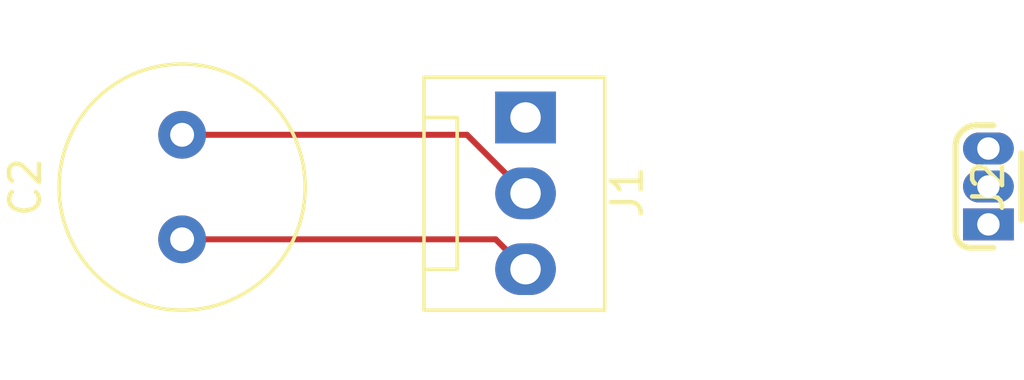
<source format=kicad_pcb>
(kicad_pcb (version 20240108) (generator "pcbnew") (generator_version "8.0")
  (layers (0 "F.Cu" signal) (31 "B.Cu" signal) (34 "B.Paste" user) (35 "F.Paste" user) (36 "B.SilkS" user "B.Silkscreen") (37 "F.SilkS" user "F.Silkscreen") (38 "B.Mask" user) (39 "F.Mask" user) (44 "Edge.Cuts" user))
  (net 0 "")
  (net 1 "Net-(J1-Pin_2)")
  (net 2 "Net-(J1-Pin_3)")
  (net 3 "Net-(J1-Pin_1)")
  (footprint "footprints:LPG0003A" (layer "F.Cu") (at 66.5 29.23 90)
    (property "Reference" "J2" (at 0 0 90) (layer "F.SilkS"))
    (property "Value" "Conn_01x03_Pin")
    (fp_line (start -1.549999 -1.1) (end 1.35 -1.1) (stroke (width 0.2)) (layer "F.SilkS"))
    (fp_line (start -2.050001 0.167051) (end -2.050001 -0.599999) (stroke (width 0.2)) (layer "F.SilkS"))
    (fp_line (start 2.050001 0.167536) (end 2.050001 -0.399999) (stroke (width 0.2)) (layer "F.SilkS"))
    (fp_line (start -1.117049 1.1) (end 1.117536 1.1) (stroke (width 0.2)) (layer "F.SilkS"))
    (fp_arc (start 1.35 -1.1) (mid 1.844975 -0.894974) (end 2.050001 -0.399999) (stroke (width 0.2)) (layer "F.SilkS"))
    (fp_arc (start -2.049998 -0.599999) (mid -1.903551 -0.953551) (end -1.549999 -1.099998) (stroke (width 0.2)) (layer "F.SilkS"))
    (pad "1" thru_hole rect (at -1.27 0 180) (size 1.699999 1.07) (drill 0.750001) (layers "*.Cu" "*.Mask") (net 2 "Net-(J1-Pin_3)"))
    (pad "2" thru_hole oval (at 0 0 180) (size 1.699999 1.07) (drill 0.750001) (layers "*.Cu" "*.Mask") (net 1 "Net-(J1-Pin_2)"))
    (pad "3" thru_hole oval (at 1.27 0 180) (size 1.699999 1.07) (drill 0.750001) (layers "*.Cu" "*.Mask") (net 3 "Net-(J1-Pin_1)"))
  )
  (footprint "Connector:FanPinHeader_1x03_P2.54mm_Vertical" (layer "F.Cu") (at 51 26.92 -90)
    (property "Reference" "J1" (at 2.5 -3.4 90) (layer "F.SilkS"))
    (property "Value" "Conn_01x03_Pin")
    (fp_line (start -1.35 3.4) (end -1.35 -2.65) (stroke (width 0.12)) (layer "F.SilkS"))
    (fp_line (start 6.45 3.4) (end -1.35 3.4) (stroke (width 0.12)) (layer "F.SilkS"))
    (fp_line (start 0 3.3) (end 0 2.29) (stroke (width 0.12)) (layer "F.SilkS"))
    (fp_line (start 0 2.29) (end 5.08 2.29) (stroke (width 0.12)) (layer "F.SilkS"))
    (fp_line (start 5.08 2.29) (end 5.08 3.3) (stroke (width 0.12)) (layer "F.SilkS"))
    (fp_line (start -1.35 -2.65) (end 6.45 -2.65) (stroke (width 0.12)) (layer "F.SilkS"))
    (fp_line (start 6.45 -2.65) (end 6.45 3.4) (stroke (width 0.12)) (layer "F.SilkS"))
    (pad "1" thru_hole rect (at 0 0) (size 2.03 1.73) (drill 1.02) (layers "*.Cu" "*.Mask") (net 3 "Net-(J1-Pin_1)"))
    (pad "2" thru_hole oval (at 2.54 0) (size 2.03 1.73) (drill 1.02) (layers "*.Cu" "*.Mask") (net 1 "Net-(J1-Pin_2)"))
    (pad "3" thru_hole oval (at 5.08 0) (size 2.03 1.73) (drill 1.02) (layers "*.Cu" "*.Mask") (net 2 "Net-(J1-Pin_3)"))
  )
  (footprint "Capacitor_THT:C_Radial_D8.0mm_H7.0mm_P3.50mm" (layer "F.Cu") (at 39.5 31 90)
    (property "Reference" "C2" (at 1.75 -5.25 90) (layer "F.SilkS"))
    (property "Value" "0.01u")
    (fp_circle (center 1.75 0) (end 5.87 0) (stroke (width 0.12)) (fill none) (layer "F.SilkS"))
    (pad "1" thru_hole circle (at 0 0 90) (size 1.6 1.6) (drill 0.8) (layers "*.Cu" "*.Mask") (net 2 "Net-(J1-Pin_3)"))
    (pad "2" thru_hole circle (at 3.5 0 90) (size 1.6 1.6) (drill 0.8) (layers "*.Cu" "*.Mask") (net 1 "Net-(J1-Pin_2)"))
  )
  (segment (start 39.5 27.5) (end 49.04 27.5) (width 0.2) (layer "F.Cu") (net 1))
  (segment (start 49.04 27.5) (end 51 29.46) (width 0.2) (layer "F.Cu") (net 1))
  (segment (start 39.5 31) (end 50 31) (width 0.2) (layer "F.Cu") (net 2))
  (segment (start 50 31) (end 51 32) (width 0.2) (layer "F.Cu") (net 2))
)
</source>
